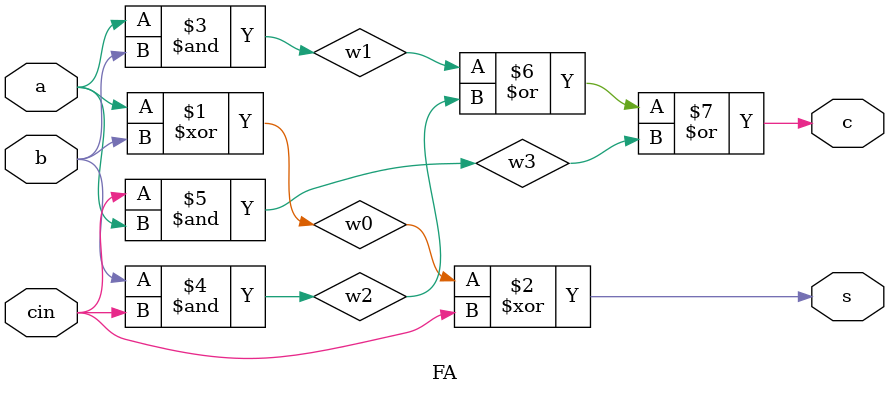
<source format=v>
`timescale 1ns / 1ps
module RCA(a,b,cin,c,s);
input [3:0]a,b;
input cin;
output [3:0]c,s;

FA h1(s[0],c[0],a[0],b[0],cin);
FA h2(s[1],c[1],a[1],b[1],c[0]);
FA h3(s[2],c[2],a[2],b[2],c[1]);
FA h4(s[3],c[3],a[3],b[3],c[2]);

initial
    begin
  $monitor("a = %b, b = %b, cin = %b, s = %b, Final Carry = %b",a,b,cin,s,c[3]);
  $monitor("Sum : %b%b",c[3],s[3:0]);
    end
endmodule
// Full Adder Module
module FA(s,c,a,b,cin);
input a,b,cin;
output s,c;
wire w0,w1,w2,w3,w4,w5;
xor (w0,a,b);
xor (s,w0,cin);
and (w1,a,b);
and (w2,b,cin);
and (w3,cin,a);
or (c,w1,w2,w3);
endmodule


//top module for to implement on FPGA
/*module top(sw,led);
input [8:0]sw;
output [7:0]led;
RCA(sw[3:0],sw[7:4],sw[8],led[3:0],led[7:4]);
endmodule
*/
</source>
